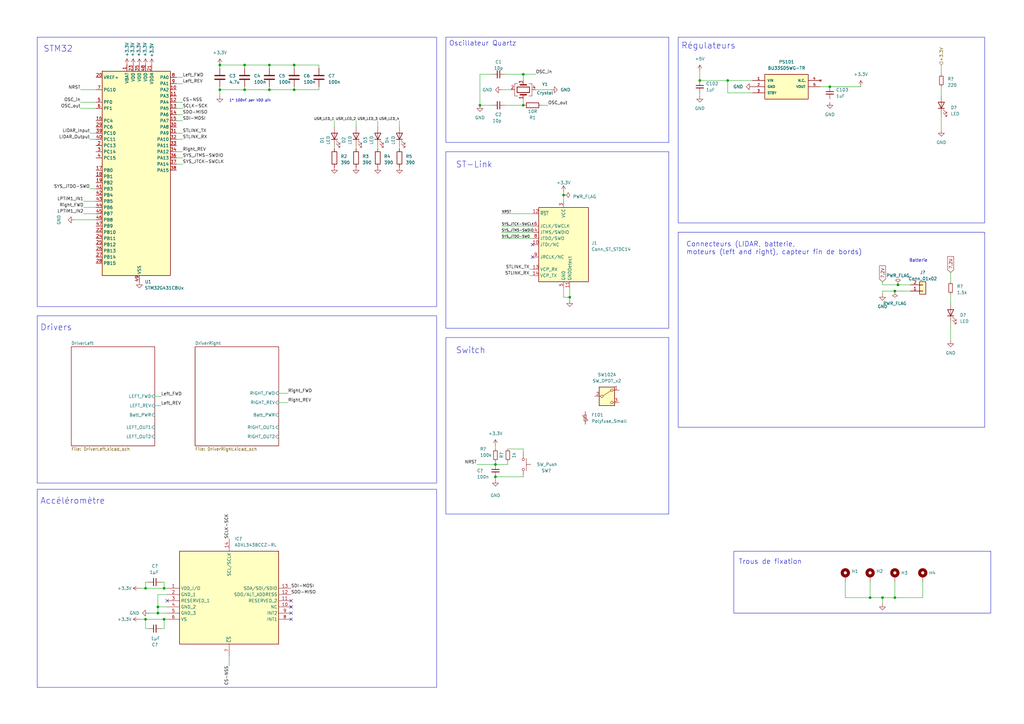
<source format=kicad_sch>
(kicad_sch (version 20231120) (generator "eeschema") (generator_version "8.0")
  (paper "A3")
  (lib_symbols
    (symbol "+3.3V_1" (power) (pin_numbers hide) (pin_names (offset 0) hide)
      (property "Value" "+3.3V" (at 0 3.556 0))
      (symbol "+3.3V_1_0_1"
        (polyline (pts (xy -0.762 1.27) (xy 0 2.54)))
        (polyline (pts (xy 0 0) (xy 0 2.54)))
        (polyline (pts (xy 0 2.54) (xy 0.762 1.27)))
      )
      (symbol "+3.3V_1_1_1"
        (pin power_in line (at 0 0 90) (length 0) (name "~") (number "1"))
      )
    )
    (symbol "+3.3V_2" (power) (pin_numbers hide) (pin_names (offset 0) hide)
      (property "Value" "+3.3V" (at 0 3.556 0))
      (symbol "+3.3V_2_0_1"
        (polyline (pts (xy -0.762 1.27) (xy 0 2.54)))
        (polyline (pts (xy 0 0) (xy 0 2.54)))
        (polyline (pts (xy 0 2.54) (xy 0.762 1.27)))
      )
      (symbol "+3.3V_2_1_1"
        (pin power_in line (at 0 0 90) (length 0) (name "~") (number "1"))
      )
    )
    (symbol "ADXL343BCCZ-RL:ADXL343BCCZ-RL"
      (property "Reference" "IC" (at 46.99 20.32 0))
      (property "Value" "ADXL343BCCZ-RL" (at 46.99 17.78 0))
      (symbol "ADXL343BCCZ-RL_1_1"
        (rectangle (start 5.08 15.24) (end 45.72 -22.86) (stroke (width 0.254)) (fill (type background)))
        (pin passive line (at 0 0 0) (length 5.08) (name "VDD_I/O") (number "1"))
        (pin no_connect line (at 50.8 -7.62 180) (length 5.08) (name "NC") (number "10"))
        (pin passive line (at 50.8 -5.08 180) (length 5.08) (name "RESERVED_2") (number "11"))
        (pin passive line (at 50.8 -2.54 180) (length 5.08) (name "SDO/ALT_ADDRESS") (number "12"))
        (pin passive line (at 50.8 0 180) (length 5.08) (name "SDA/SDI/SDIO") (number "13"))
        (pin passive line (at 25.4 20.32 270) (length 5.08) (name "SCL/SCLK") (number "14"))
        (pin passive line (at 0 -2.54 0) (length 5.08) (name "GND_1") (number "2"))
        (pin passive line (at 0 -5.08 0) (length 5.08) (name "RESERVED_1") (number "3"))
        (pin passive line (at 0 -7.62 0) (length 5.08) (name "GND_2") (number "4"))
        (pin passive line (at 0 -10.16 0) (length 5.08) (name "GND_3") (number "5"))
        (pin passive line (at 0 -12.7 0) (length 5.08) (name "VS") (number "6"))
        (pin passive line (at 25.4 -27.94 90) (length 5.08) (name "~{CS}") (number "7"))
        (pin passive line (at 50.8 -12.7 180) (length 5.08) (name "INT1") (number "8"))
        (pin passive line (at 50.8 -10.16 180) (length 5.08) (name "INT2") (number "9"))
      )
    )
    (symbol "BU33SD5WG-TR:BU33SD5WG-TR" (pin_names (offset 1.016))
      (property "Reference" "PS" (at 24.13 7.62 0))
      (property "Value" "BU33SD5WG-TR" (at 24.13 5.08 0))
      (symbol "BU33SD5WG-TR_0_0"
        (rectangle (start 5.08 -7.62) (end 22.86 2.54) (stroke (width 0.254)) (fill (type background)))
        (pin bidirectional line (at 0 0 0) (length 5.08) (name "VIN") (number "1"))
        (pin bidirectional line (at 0 -2.54 0) (length 5.08) (name "GND") (number "2"))
        (pin bidirectional line (at 0 -5.08 0) (length 5.08) (name "STBY") (number "3"))
        (pin no_connect line (at 27.94 0 180) (length 5.08) (name "N.C.") (number "4"))
        (pin bidirectional line (at 27.94 -2.54 180) (length 5.08) (name "VOUT") (number "5"))
      )
    )
    (symbol "Connector:Conn_ST_STDC14"
      (property "Reference" "J" (at -8.89 16.51 0))
      (property "Value" "Conn_ST_STDC14" (at 17.78 16.51 0))
      (symbol "Conn_ST_STDC14_0_1"
        (rectangle (start -10.16 15.24) (end 10.16 -15.24) (stroke (width 0.254)) (fill (type background)))
      )
      (symbol "Conn_ST_STDC14_1_1"
        (pin no_connect line (at -10.16 5.08 0) (length 2.54) hide (name "NC") (number "1"))
        (pin output line (at 12.7 0 180) (length 2.54) (name "JTDI/NC") (number "10"))
        (pin passive line (at -2.54 -17.78 90) (length 2.54) (name "GNDDetect") (number "11"))
        (pin open_collector line (at 12.7 12.7 180) (length 2.54) (name "~{RST}") (number "12"))
        (pin output line (at 12.7 -10.16 180) (length 2.54) (name "VCP_RX") (number "13"))
        (pin input line (at 12.7 -12.7 180) (length 2.54) (name "VCP_TX") (number "14"))
        (pin no_connect line (at -10.16 2.54 0) (length 2.54) hide (name "NC") (number "2"))
        (pin power_in line (at 0 17.78 270) (length 2.54) (name "VCC") (number "3"))
        (pin bidirectional line (at 12.7 5.08 180) (length 2.54) (name "JTMS/SWDIO") (number "4"))
        (pin power_in line (at 0 -17.78 90) (length 2.54) (name "GND") (number "5"))
        (pin output line (at 12.7 7.62 180) (length 2.54) (name "JCLK/SWCLK") (number "6"))
        (pin passive line (at 0 -17.78 90) (length 2.54) hide (name "GND") (number "7"))
        (pin input line (at 12.7 2.54 180) (length 2.54) (name "JTDO/SWO") (number "8"))
        (pin input line (at 12.7 -5.08 180) (length 2.54) (name "JRCLK/NC") (number "9"))
      )
    )
    (symbol "Connector_Generic:Conn_01x02" (pin_names (offset 1.016) hide)
      (property "Reference" "J" (at 0 2.54 0))
      (property "Value" "Conn_01x02" (at 0 -5.08 0))
      (symbol "Conn_01x02_1_1"
        (rectangle (start -1.27 -2.413) (end 0 -2.667) (stroke (width 0.1524)))
        (rectangle (start -1.27 0.127) (end 0 -0.127) (stroke (width 0.1524)))
        (rectangle (start -1.27 1.27) (end 1.27 -3.81) (stroke (width 0.254)) (fill (type background)))
        (pin passive line (at -5.08 0 0) (length 3.81) (name "Pin_1") (number "1"))
        (pin passive line (at -5.08 -2.54 0) (length 3.81) (name "Pin_2") (number "2"))
      )
    )
    (symbol "Device:C" (pin_numbers hide) (pin_names (offset 0.254))
      (property "Reference" "C" (at 0.635 2.54 0))
      (property "Value" "C" (at 0.635 -2.54 0))
      (symbol "C_0_1"
        (polyline (pts (xy -2.032 -0.762) (xy 2.032 -0.762)) (stroke (width 0.508)))
        (polyline (pts (xy -2.032 0.762) (xy 2.032 0.762)) (stroke (width 0.508)))
      )
      (symbol "C_1_1"
        (pin passive line (at 0 3.81 270) (length 2.794) (name "~") (number "1"))
        (pin passive line (at 0 -3.81 90) (length 2.794) (name "~") (number "2"))
      )
    )
    (symbol "Device:C_Small" (pin_numbers hide) (pin_names (offset 0.254) hide)
      (property "Reference" "C" (at 0.254 1.778 0))
      (property "Value" "C_Small" (at 0.254 -2.032 0))
      (symbol "C_Small_0_1"
        (polyline (pts (xy -1.524 -0.508) (xy 1.524 -0.508)) (stroke (width 0.3302)))
        (polyline (pts (xy -1.524 0.508) (xy 1.524 0.508)) (stroke (width 0.3048)))
      )
      (symbol "C_Small_1_1"
        (pin passive line (at 0 2.54 270) (length 2.032) (name "~") (number "1"))
        (pin passive line (at 0 -2.54 90) (length 2.032) (name "~") (number "2"))
      )
    )
    (symbol "Device:Crystal_GND24" (pin_names (offset 1.016) hide)
      (property "Reference" "Y" (at 3.175 5.08 0))
      (property "Value" "Crystal_GND24" (at 3.175 3.175 0))
      (symbol "Crystal_GND24_0_1"
        (rectangle (start -1.143 2.54) (end 1.143 -2.54) (stroke (width 0.3048)))
        (polyline (pts (xy -2.54 0) (xy -2.032 0)))
        (polyline (pts (xy -2.032 -1.27) (xy -2.032 1.27)) (stroke (width 0.508)))
        (polyline (pts (xy 0 -3.81) (xy 0 -3.556)))
        (polyline (pts (xy 0 3.556) (xy 0 3.81)))
        (polyline (pts (xy 2.032 -1.27) (xy 2.032 1.27)) (stroke (width 0.508)))
        (polyline (pts (xy 2.032 0) (xy 2.54 0)))
        (polyline (pts (xy -2.54 -2.286) (xy -2.54 -3.556) (xy 2.54 -3.556) (xy 2.54 -2.286)))
        (polyline (pts (xy -2.54 2.286) (xy -2.54 3.556) (xy 2.54 3.556) (xy 2.54 2.286)))
      )
      (symbol "Crystal_GND24_1_1"
        (pin passive line (at -3.81 0 0) (length 1.27) (name "1") (number "1"))
        (pin passive line (at 0 5.08 270) (length 1.27) (name "2") (number "2"))
        (pin passive line (at 3.81 0 180) (length 1.27) (name "3") (number "3"))
        (pin passive line (at 0 -5.08 90) (length 1.27) (name "4") (number "4"))
      )
    )
    (symbol "Device:LED" (pin_numbers hide) (pin_names (offset 1.016) hide)
      (property "Reference" "D" (at 0 2.54 0))
      (property "Value" "LED" (at 0 -2.54 0))
      (symbol "LED_0_1"
        (polyline (pts (xy -1.27 -1.27) (xy -1.27 1.27)) (stroke (width 0.254)))
        (polyline (pts (xy -1.27 0) (xy 1.27 0)))
        (polyline (pts (xy 1.27 -1.27) (xy 1.27 1.27) (xy -1.27 0) (xy 1.27 -1.27)) (stroke (width 0.254)))
        (polyline (pts (xy -3.048 -0.762) (xy -4.572 -2.286) (xy -3.81 -2.286) (xy -4.572 -2.286) (xy -4.572 -1.524)))
        (polyline (pts (xy -1.778 -0.762) (xy -3.302 -2.286) (xy -2.54 -2.286) (xy -3.302 -2.286) (xy -3.302 -1.524)))
      )
      (symbol "LED_1_1"
        (pin passive line (at -3.81 0 0) (length 2.54) (name "K") (number "1"))
        (pin passive line (at 3.81 0 180) (length 2.54) (name "A") (number "2"))
      )
    )
    (symbol "Device:Polyfuse_Small" (pin_numbers hide) (pin_names (offset 0))
      (property "Reference" "F" (at -1.905 0 90))
      (property "Value" "Polyfuse_Small" (at 1.905 0 90))
      (symbol "Polyfuse_Small_0_1"
        (rectangle (start -0.508 1.27) (end 0.508 -1.27))
        (polyline (pts (xy 0 2.54) (xy 0 -2.54)))
        (polyline (pts (xy -1.016 1.27) (xy -1.016 0.762) (xy 1.016 -0.762) (xy 1.016 -1.27)))
      )
      (symbol "Polyfuse_Small_1_1"
        (pin passive line (at 0 2.54 270) (length 0.635) (name "~") (number "1"))
        (pin passive line (at 0 -2.54 90) (length 0.635) (name "~") (number "2"))
      )
    )
    (symbol "Device:R" (pin_numbers hide) (pin_names (offset 0))
      (property "Reference" "R" (at 2.032 0 90))
      (property "Value" "R" (at 0 0 90))
      (symbol "R_0_1"
        (rectangle (start -1.016 -2.54) (end 1.016 2.54) (stroke (width 0.254)))
      )
      (symbol "R_1_1"
        (pin passive line (at 0 3.81 270) (length 1.27) (name "~") (number "1"))
        (pin passive line (at 0 -3.81 90) (length 1.27) (name "~") (number "2"))
      )
    )
    (symbol "Device:R_Small" (pin_numbers hide) (pin_names (offset 0.254) hide)
      (property "Reference" "R" (at 0.762 0.508 0))
      (property "Value" "R_Small" (at 0.762 -1.016 0))
      (symbol "R_Small_0_1"
        (rectangle (start -0.762 1.778) (end 0.762 -1.778) (stroke (width 0.2032)))
      )
      (symbol "R_Small_1_1"
        (pin passive line (at 0 2.54 270) (length 0.762) (name "~") (number "1"))
        (pin passive line (at 0 -2.54 90) (length 0.762) (name "~") (number "2"))
      )
    )
    (symbol "GND_1" (power) (pin_numbers hide) (pin_names (offset 0) hide)
      (property "Value" "GND" (at 0 -3.81 0))
      (symbol "GND_1_0_1"
        (polyline (pts (xy 0 0) (xy 0 -1.27) (xy 1.27 -1.27) (xy 0 -2.54) (xy -1.27 -1.27) (xy 0 -1.27)))
      )
      (symbol "GND_1_1_1"
        (pin power_in line (at 0 0 270) (length 0) (name "~") (number "1"))
      )
    )
    (symbol "GND_2" (power) (pin_numbers hide) (pin_names (offset 0) hide)
      (property "Value" "GND" (at 0 -3.81 0))
      (symbol "GND_2_0_1"
        (polyline (pts (xy 0 0) (xy 0 -1.27) (xy 1.27 -1.27) (xy 0 -2.54) (xy -1.27 -1.27) (xy 0 -1.27)))
      )
      (symbol "GND_2_1_1"
        (pin power_in line (at 0 0 270) (length 0) (name "~") (number "1"))
      )
    )
    (symbol "MCU_ST_STM32G4:STM32G431CBUx"
      (property "Reference" "U" (at -12.7 44.45 0))
      (property "Value" "STM32G431CBUx" (at 10.16 44.45 0))
      (symbol "STM32G431CBUx_0_1"
        (rectangle (start -12.7 -40.64) (end 15.24 43.18) (stroke (width 0.254)) (fill (type background)))
      )
      (symbol "STM32G431CBUx_1_1"
        (pin power_in line (at -2.54 45.72 270) (length 2.54) (name "VBAT") (number "1"))
        (pin bidirectional line (at 17.78 35.56 180) (length 2.54) (name "PA2") (number "10"))
        (pin bidirectional line (at 17.78 33.02 180) (length 2.54) (name "PA3") (number "11"))
        (pin bidirectional line (at 17.78 30.48 180) (length 2.54) (name "PA4") (number "12"))
        (pin bidirectional line (at 17.78 27.94 180) (length 2.54) (name "PA5") (number "13"))
        (pin bidirectional line (at 17.78 25.4 180) (length 2.54) (name "PA6") (number "14"))
        (pin bidirectional line (at 17.78 22.86 180) (length 2.54) (name "PA7") (number "15"))
        (pin bidirectional line (at -15.24 22.86 0) (length 2.54) (name "PC4") (number "16"))
        (pin bidirectional line (at -15.24 2.54 0) (length 2.54) (name "PB0") (number "17"))
        (pin bidirectional line (at -15.24 0 0) (length 2.54) (name "PB1") (number "18"))
        (pin bidirectional line (at -15.24 -2.54 0) (length 2.54) (name "PB2") (number "19"))
        (pin bidirectional line (at -15.24 12.7 0) (length 2.54) (name "PC13") (number "2"))
        (pin input line (at -15.24 40.64 0) (length 2.54) (name "VREF+") (number "20"))
        (pin power_in line (at 7.62 45.72 270) (length 2.54) (name "VDDA") (number "21"))
        (pin bidirectional line (at -15.24 -22.86 0) (length 2.54) (name "PB10") (number "22"))
        (pin power_in line (at 0 45.72 270) (length 2.54) (name "VDD") (number "23"))
        (pin bidirectional line (at -15.24 -25.4 0) (length 2.54) (name "PB11") (number "24"))
        (pin bidirectional line (at -15.24 -27.94 0) (length 2.54) (name "PB12") (number "25"))
        (pin bidirectional line (at -15.24 -30.48 0) (length 2.54) (name "PB13") (number "26"))
        (pin bidirectional line (at -15.24 -33.02 0) (length 2.54) (name "PB14") (number "27"))
        (pin bidirectional line (at -15.24 -35.56 0) (length 2.54) (name "PB15") (number "28"))
        (pin bidirectional line (at -15.24 20.32 0) (length 2.54) (name "PC6") (number "29"))
        (pin bidirectional line (at -15.24 10.16 0) (length 2.54) (name "PC14") (number "3"))
        (pin bidirectional line (at 17.78 20.32 180) (length 2.54) (name "PA8") (number "30"))
        (pin bidirectional line (at 17.78 17.78 180) (length 2.54) (name "PA9") (number "31"))
        (pin bidirectional line (at 17.78 15.24 180) (length 2.54) (name "PA10") (number "32"))
        (pin bidirectional line (at 17.78 12.7 180) (length 2.54) (name "PA11") (number "33"))
        (pin bidirectional line (at 17.78 10.16 180) (length 2.54) (name "PA12") (number "34"))
        (pin power_in line (at 2.54 45.72 270) (length 2.54) (name "VDD") (number "35"))
        (pin bidirectional line (at 17.78 7.62 180) (length 2.54) (name "PA13") (number "36"))
        (pin bidirectional line (at 17.78 5.08 180) (length 2.54) (name "PA14") (number "37"))
        (pin bidirectional line (at 17.78 2.54 180) (length 2.54) (name "PA15") (number "38"))
        (pin bidirectional line (at -15.24 17.78 0) (length 2.54) (name "PC10") (number "39"))
        (pin bidirectional line (at -15.24 7.62 0) (length 2.54) (name "PC15") (number "4"))
        (pin bidirectional line (at -15.24 15.24 0) (length 2.54) (name "PC11") (number "40"))
        (pin bidirectional line (at -15.24 -5.08 0) (length 2.54) (name "PB3") (number "41"))
        (pin bidirectional line (at -15.24 -7.62 0) (length 2.54) (name "PB4") (number "42"))
        (pin bidirectional line (at -15.24 -10.16 0) (length 2.54) (name "PB5") (number "43"))
        (pin bidirectional line (at -15.24 -12.7 0) (length 2.54) (name "PB6") (number "44"))
        (pin bidirectional line (at -15.24 -15.24 0) (length 2.54) (name "PB7") (number "45"))
        (pin bidirectional line (at -15.24 -17.78 0) (length 2.54) (name "PB8") (number "46"))
        (pin bidirectional line (at -15.24 -20.32 0) (length 2.54) (name "PB9") (number "47"))
        (pin power_in line (at 5.08 45.72 270) (length 2.54) (name "VDD") (number "48"))
        (pin power_in line (at 2.54 -43.18 90) (length 2.54) (name "VSS") (number "49"))
        (pin bidirectional line (at -15.24 30.48 0) (length 2.54) (name "PF0") (number "5"))
        (pin bidirectional line (at -15.24 27.94 0) (length 2.54) (name "PF1") (number "6"))
        (pin bidirectional line (at -15.24 35.56 0) (length 2.54) (name "PG10") (number "7"))
        (pin bidirectional line (at 17.78 40.64 180) (length 2.54) (name "PA0") (number "8"))
        (pin bidirectional line (at 17.78 38.1 180) (length 2.54) (name "PA1") (number "9"))
      )
    )
    (symbol "Mechanical:MountingHole_Pad" (pin_numbers hide) (pin_names (offset 1.016) hide)
      (property "Reference" "H" (at 0 6.35 0))
      (property "Value" "MountingHole_Pad" (at 0 4.445 0))
      (symbol "MountingHole_Pad_0_1"
        (circle (center 0 1.27) (radius 1.27) (stroke (width 1.27)))
      )
      (symbol "MountingHole_Pad_1_1"
        (pin input line (at 0 -2.54 90) (length 2.54) (name "1") (number "1"))
      )
    )
    (symbol "Switch:SW_DPDT_x2" (pin_names (offset 0) hide)
      (property "Reference" "SW" (at 0 5.08 0))
      (property "Value" "SW_DPDT_x2" (at 0 -5.08 0))
      (symbol "SW_DPDT_x2_0_0"
        (circle (center -2.032 0) (radius 0.508))
        (circle (center 2.032 -2.54) (radius 0.508))
      )
      (symbol "SW_DPDT_x2_0_1"
        (rectangle (start -3.175 3.81) (end 3.175 -3.81) (stroke (width 0.254)) (fill (type background)))
        (polyline (pts (xy -1.524 0.254) (xy 1.5748 2.286)))
        (circle (center 2.032 2.54) (radius 0.508))
      )
      (symbol "SW_DPDT_x2_1_1"
        (pin passive line (at 5.08 2.54 180) (length 2.54) (name "A") (number "1"))
        (pin passive line (at -5.08 0 0) (length 2.54) (name "B") (number "2"))
        (pin passive line (at 5.08 -2.54 180) (length 2.54) (name "C") (number "3"))
      )
      (symbol "SW_DPDT_x2_2_1"
        (pin passive line (at 5.08 2.54 180) (length 2.54) (name "A") (number "4"))
        (pin passive line (at -5.08 0 0) (length 2.54) (name "B") (number "5"))
        (pin passive line (at 5.08 -2.54 180) (length 2.54) (name "C") (number "6"))
      )
    )
    (symbol "Switch:SW_Push" (pin_numbers hide) (pin_names (offset 1.016) hide)
      (property "Reference" "SW" (at 1.27 2.54 0))
      (property "Value" "SW_Push" (at 0 -1.524 0))
      (symbol "SW_Push_0_1"
        (circle (center -2.032 0) (radius 0.508))
        (polyline (pts (xy 0 1.27) (xy 0 3.048)))
        (polyline (pts (xy 2.54 1.27) (xy -2.54 1.27)))
        (circle (center 2.032 0) (radius 0.508))
        (pin passive line (at -5.08 0 0) (length 2.54) (name "1") (number "1"))
        (pin passive line (at 5.08 0 180) (length 2.54) (name "2") (number "2"))
      )
    )
    (symbol "power:+3.3V" (power) (pin_names (offset 0))
      (property "Value" "+3.3V" (at 0 3.556 0))
      (symbol "+3.3V_0_1"
        (polyline (pts (xy -0.762 1.27) (xy 0 2.54)))
        (polyline (pts (xy 0 0) (xy 0 2.54)))
        (polyline (pts (xy 0 2.54) (xy 0.762 1.27)))
      )
      (symbol "+3.3V_1_1"
        (pin power_in line (at 0 0 90) (length 0) hide (name "+3.3V") (number "1"))
      )
    )
    (symbol "power:+5V" (power) (pin_numbers hide) (pin_names (offset 0) hide)
      (property "Value" "+5V" (at 0 3.556 0))
      (symbol "+5V_0_1"
        (polyline (pts (xy -0.762 1.27) (xy 0 2.54)))
        (polyline (pts (xy 0 0) (xy 0 2.54)))
        (polyline (pts (xy 0 2.54) (xy 0.762 1.27)))
      )
      (symbol "+5V_1_1"
        (pin power_in line (at 0 0 90) (length 0) (name "~") (number "1"))
      )
    )
    (symbol "power:GND" (power) (pin_names (offset 0))
      (property "Value" "GND" (at 0 -3.81 0))
      (symbol "GND_0_1"
        (polyline (pts (xy 0 0) (xy 0 -1.27) (xy 1.27 -1.27) (xy 0 -2.54) (xy -1.27 -1.27) (xy 0 -1.27)))
      )
      (symbol "GND_1_1"
        (pin power_in line (at 0 0 270) (length 0) hide (name "GND") (number "1"))
      )
    )
    (symbol "power:PWR_FLAG" (power) (pin_numbers hide) (pin_names (offset 0) hide)
      (property "Value" "PWR_FLAG" (at 0 3.81 0))
      (symbol "PWR_FLAG_0_0"
        (pin power_out line (at 0 0 90) (length 0) (name "pwr") (number "1"))
      )
      (symbol "PWR_FLAG_0_1"
        (polyline (pts (xy 0 0) (xy 0 1.27) (xy -1.016 1.905) (xy 0 2.54) (xy 1.016 1.905) (xy 0 1.27)))
      )
    )
  )
  (junction (at 368.3 116.84))
  (junction (at 59.69 241.3))
  (junction (at 110.49 26.67))
  (junction (at 361.95 245.11))
  (junction (at 214.63 30.48))
  (junction (at 67.31 241.3))
  (junction (at 287.02 33.02))
  (junction (at 298.45 33.02))
  (junction (at 340.36 35.56))
  (junction (at 196.85 43.18))
  (junction (at 214.63 43.18))
  (junction (at 203.2 190.5))
  (junction (at 64.77 251.46))
  (junction (at 67.31 254))
  (junction (at 90.17 36.83))
  (junction (at 203.2 195.58))
  (junction (at 64.77 248.92))
  (junction (at 233.68 121.92))
  (junction (at 231.14 80.01))
  (junction (at 110.49 36.83))
  (junction (at 100.33 36.83))
  (junction (at 367.03 245.11))
  (junction (at 120.65 36.83))
  (junction (at 100.33 26.67))
  (junction (at 90.17 26.67))
  (junction (at 59.69 254))
  (junction (at 120.65 26.67))
  (junction (at 367.03 119.38))
  (junction (at 356.87 245.11))
  (no_connect (at 218.44 105.41))
  (no_connect (at 68.58 246.38))
  (no_connect (at 119.38 251.46))
  (no_connect (at 119.38 246.38))
  (no_connect (at 119.38 254))
  (no_connect (at 119.38 248.92))
  (no_connect (at 218.44 100.33))
  (wire (pts (xy 146.05 52.07) (xy 146.05 49.53)))
  (wire (pts (xy 203.2 182.88) (xy 203.2 184.15)))
  (wire (pts (xy 74.93 54.61) (xy 72.39 54.61)))
  (wire (pts (xy 298.45 38.1) (xy 298.45 33.02)))
  (wire (pts (xy 130.81 27.94) (xy 130.81 26.67)))
  (wire (pts (xy 196.85 30.48) (xy 196.85 43.18)))
  (wire (pts (xy 154.94 52.07) (xy 154.94 49.53)))
  (wire (pts (xy 214.63 184.15) (xy 208.28 184.15)))
  (wire (pts (xy 130.81 35.56) (xy 130.81 36.83)))
  (wire (pts (xy 219.71 36.83) (xy 226.06 36.83)))
  (wire (pts (xy 57.15 241.3) (xy 59.69 241.3)))
  (wire (pts (xy 386.08 26.67) (xy 386.08 30.48)))
  (wire (pts (xy 231.14 121.92) (xy 233.68 121.92)))
  (wire (pts (xy 74.93 49.53) (xy 72.39 49.53)))
  (wire (pts (xy 233.68 123.19) (xy 233.68 121.92)))
  (wire (pts (xy 60.96 251.46) (xy 64.77 251.46)))
  (wire (pts (xy 361.95 116.84) (xy 361.95 115.57)))
  (wire (pts (xy 201.93 30.48) (xy 196.85 30.48)))
  (wire (pts (xy 208.28 190.5) (xy 208.28 189.23)))
  (wire (pts (xy 137.16 59.69) (xy 137.16 60.96)))
  (wire (pts (xy 207.01 30.48) (xy 214.63 30.48)))
  (wire (pts (xy 287.02 39.37) (xy 287.02 38.1)))
  (wire (pts (xy 356.87 245.11) (xy 361.95 245.11)))
  (wire (pts (xy 214.63 185.42) (xy 214.63 184.15)))
  (wire (pts (xy 67.31 238.76) (xy 67.31 241.3)))
  (wire (pts (xy 287.02 33.02) (xy 287.02 29.21)))
  (wire (pts (xy 346.71 245.11) (xy 356.87 245.11)))
  (wire (pts (xy 66.04 162.56) (xy 63.5 162.56)))
  (wire (pts (xy 120.65 35.56) (xy 120.65 36.83)))
  (wire (pts (xy 110.49 36.83) (xy 110.49 35.56)))
  (wire (pts (xy 34.29 82.55) (xy 39.37 82.55)))
  (wire (pts (xy 356.87 238.76) (xy 356.87 245.11)))
  (wire (pts (xy 224.79 43.18) (xy 222.25 43.18)))
  (wire (pts (xy 205.74 87.63) (xy 218.44 87.63)))
  (wire (pts (xy 214.63 30.48) (xy 219.71 30.48)))
  (wire (pts (xy 120.65 36.83) (xy 130.81 36.83)))
  (wire (pts (xy 60.96 238.76) (xy 59.69 238.76)))
  (wire (pts (xy 100.33 26.67) (xy 100.33 27.94)))
  (wire (pts (xy 100.33 36.83) (xy 110.49 36.83)))
  (wire (pts (xy 74.93 67.31) (xy 72.39 67.31)))
  (wire (pts (xy 74.93 34.29) (xy 72.39 34.29)))
  (wire (pts (xy 118.11 161.29) (xy 114.3 161.29)))
  (wire (pts (xy 90.17 26.67) (xy 90.17 27.94)))
  (wire (pts (xy 308.61 38.1) (xy 298.45 38.1)))
  (wire (pts (xy 34.29 85.09) (xy 39.37 85.09)))
  (wire (pts (xy 196.85 43.18) (xy 201.93 43.18)))
  (wire (pts (xy 336.55 35.56) (xy 340.36 35.56)))
  (wire (pts (xy 57.15 254) (xy 59.69 254)))
  (wire (pts (xy 74.93 64.77) (xy 72.39 64.77)))
  (wire (pts (xy 90.17 36.83) (xy 100.33 36.83)))
  (wire (pts (xy 59.69 238.76) (xy 59.69 241.3)))
  (wire (pts (xy 203.2 190.5) (xy 195.58 190.5)))
  (wire (pts (xy 100.33 26.67) (xy 110.49 26.67)))
  (wire (pts (xy 67.31 257.81) (xy 67.31 254)))
  (wire (pts (xy 60.96 257.81) (xy 59.69 257.81)))
  (wire (pts (xy 110.49 26.67) (xy 110.49 27.94)))
  (wire (pts (xy 64.77 248.92) (xy 68.58 248.92)))
  (wire (pts (xy 100.33 36.83) (xy 100.33 35.56)))
  (wire (pts (xy 214.63 40.64) (xy 214.63 43.18)))
  (wire (pts (xy 90.17 26.67) (xy 100.33 26.67)))
  (wire (pts (xy 118.11 165.1) (xy 114.3 165.1)))
  (wire (pts (xy 389.89 139.7) (xy 389.89 132.08)))
  (wire (pts (xy 389.89 120.65) (xy 389.89 124.46)))
  (wire (pts (xy 378.46 238.76) (xy 378.46 245.11)))
  (wire (pts (xy 36.83 77.47) (xy 39.37 77.47)))
  (wire (pts (xy 231.14 78.74) (xy 231.14 80.01)))
  (wire (pts (xy 214.63 43.18) (xy 207.01 43.18)))
  (wire (pts (xy 205.74 36.83) (xy 209.55 36.83)))
  (wire (pts (xy 214.63 30.48) (xy 214.63 33.02)))
  (wire (pts (xy 68.58 243.84) (xy 64.77 243.84)))
  (wire (pts (xy 361.95 119.38) (xy 361.95 120.65)))
  (wire (pts (xy 203.2 190.5) (xy 208.28 190.5)))
  (wire (pts (xy 233.68 118.11) (xy 233.68 121.92)))
  (wire (pts (xy 59.69 254) (xy 67.31 254)))
  (wire (pts (xy 203.2 195.58) (xy 214.63 195.58)))
  (wire (pts (xy 74.93 44.45) (xy 72.39 44.45)))
  (wire (pts (xy 36.83 54.61) (xy 39.37 54.61)))
  (wire (pts (xy 367.03 245.11) (xy 361.95 245.11)))
  (wire (pts (xy 163.83 52.07) (xy 163.83 49.53)))
  (wire (pts (xy 203.2 196.85) (xy 203.2 195.58)))
  (wire (pts (xy 217.17 110.49) (xy 218.44 110.49)))
  (wire (pts (xy 74.93 31.75) (xy 72.39 31.75)))
  (wire (pts (xy 33.02 36.83) (xy 39.37 36.83)))
  (wire (pts (xy 72.39 62.23) (xy 74.93 62.23)))
  (wire (pts (xy 163.83 59.69) (xy 163.83 60.96)))
  (wire (pts (xy 93.98 273.05) (xy 93.98 269.24)))
  (wire (pts (xy 361.95 247.65) (xy 361.95 245.11)))
  (wire (pts (xy 30.48 90.17) (xy 39.37 90.17)))
  (wire (pts (xy 120.65 27.94) (xy 120.65 26.67)))
  (wire (pts (xy 120.65 26.67) (xy 130.81 26.67)))
  (wire (pts (xy 120.65 26.67) (xy 110.49 26.67)))
  (wire (pts (xy 64.77 248.92) (xy 64.77 251.46)))
  (wire (pts (xy 59.69 241.3) (xy 67.31 241.3)))
  (wire (pts (xy 287.02 33.02) (xy 298.45 33.02)))
  (wire (pts (xy 203.2 189.23) (xy 203.2 190.5)))
  (wire (pts (xy 64.77 243.84) (xy 64.77 248.92)))
  (wire (pts (xy 205.74 97.79) (xy 218.44 97.79)))
  (wire (pts (xy 67.31 254) (xy 68.58 254)))
  (wire (pts (xy 217.17 113.03) (xy 218.44 113.03)))
  (wire (pts (xy 59.69 257.81) (xy 59.69 254)))
  (wire (pts (xy 367.03 238.76) (xy 367.03 245.11)))
  (wire (pts (xy 231.14 118.11) (xy 231.14 121.92)))
  (wire (pts (xy 110.49 36.83) (xy 120.65 36.83)))
  (wire (pts (xy 90.17 36.83) (xy 90.17 39.37)))
  (wire (pts (xy 137.16 52.07) (xy 137.16 49.53)))
  (wire (pts (xy 389.89 111.76) (xy 389.89 115.57)))
  (wire (pts (xy 298.45 33.02) (xy 308.61 33.02)))
  (wire (pts (xy 146.05 59.69) (xy 146.05 60.96)))
  (wire (pts (xy 66.04 238.76) (xy 67.31 238.76)))
  (wire (pts (xy 361.95 119.38) (xy 367.03 119.38)))
  (wire (pts (xy 74.93 46.99) (xy 72.39 46.99)))
  (wire (pts (xy 205.74 95.25) (xy 218.44 95.25)))
  (wire (pts (xy 33.02 44.45) (xy 39.37 44.45)))
  (wire (pts (xy 67.31 241.3) (xy 68.58 241.3)))
  (wire (pts (xy 64.77 251.46) (xy 68.58 251.46)))
  (wire (pts (xy 386.08 35.56) (xy 386.08 39.37)))
  (wire (pts (xy 74.93 57.15) (xy 72.39 57.15)))
  (wire (pts (xy 205.74 92.71) (xy 218.44 92.71)))
  (wire (pts (xy 373.38 116.84) (xy 368.3 116.84)))
  (wire (pts (xy 34.29 87.63) (xy 39.37 87.63)))
  (wire (pts (xy 74.93 41.91) (xy 72.39 41.91)))
  (wire (pts (xy 368.3 116.84) (xy 361.95 116.84)))
  (wire (pts (xy 66.04 257.81) (xy 67.31 257.81)))
  (wire (pts (xy 346.71 238.76) (xy 346.71 245.11)))
  (wire (pts (xy 33.02 41.91) (xy 39.37 41.91)))
  (wire (pts (xy 378.46 245.11) (xy 367.03 245.11)))
  (wire (pts (xy 36.83 57.15) (xy 39.37 57.15)))
  (wire (pts (xy 90.17 36.83) (xy 90.17 35.56)))
  (wire (pts (xy 66.04 166.37) (xy 63.5 166.37)))
  (wire (pts (xy 231.14 80.01) (xy 231.14 82.55)))
  (wire (pts (xy 154.94 59.69) (xy 154.94 60.96)))
  (wire (pts (xy 367.03 119.38) (xy 373.38 119.38)))
  (wire (pts (xy 386.08 53.34) (xy 386.08 46.99)))
  (wire (pts (xy 340.36 35.56) (xy 353.06 35.56)))
  (rectangle (start 15.24 200.66) (end 179.07 281.94))
  (rectangle (start 182.88 15.24) (end 274.32 58.42))
  (rectangle (start 182.88 138.43) (end 274.32 210.82))
  (rectangle (start 15.24 129.54) (end 179.07 198.12))
  (rectangle (start 278.13 15.24) (end 403.86 91.44))
  (rectangle (start 278.13 95.25) (end 403.86 175.26))
  (rectangle (start 15.24 15.24) (end 179.07 125.73))
  (rectangle (start 300.99 226.06) (end 406.4 251.46))
  (rectangle (start 182.88 62.23) (end 274.32 134.62))
  (text "1* 100nF per VDD pin" (at 93.98 41.91 0) (effects (font (size 1 1) (italic yes)) (justify left bottom)))
  (text "STM32" (at 17.78 21.59 0) (effects (font (size 2.5 2.5)) (justify left bottom)))
  (text "Connecteurs (LIDAR, batterie, \nmoteurs (left and right), capteur fin de bords)" (at 281.432 104.648 0) (effects (font (size 2 2)) (justify left bottom)))
  (text "Trous de fixation" (at 328.93 231.648 0) (effects (font (size 2 2)) (justify right bottom)))
  (text "Drivers" (at 16.51 135.89 0) (effects (font (size 2.5 2.5)) (justify left bottom)))
  (text "Switch\n" (at 186.944 145.288 0) (effects (font (size 2.5 2.5)) (justify left bottom)))
  (text "ST-Link\n" (at 186.944 69.088 0) (effects (font (size 2.5 2.5)) (justify left bottom)))
  (text "Batterie\n" (at 376.682 106.934 0) (effects (font (size 1.27 1.27))))
  (text "Oscillateur Quartz" (at 184.15 19.05 0) (effects (font (size 2 2)) (justify left bottom)))
  (text "Accéléromètre" (at 16.51 207.01 0) (effects (font (size 2.5 2.5)) (justify left bottom)))
  (text "Régulateurs" (at 279.4 20.32 0) (effects (font (size 2.5 2.5)) (justify left bottom)))
  (label "SYS_JTMS-SWDIO" (at 205.74 95.25 0) (effects (font (size 1 1))))
  (label "Left_REV" (at 74.93 34.29 0))
  (label "SYS_JTDO-SWO" (at 205.74 97.79 0) (effects (font (size 1 1))))
  (label "OSC_in" (at 33.02 41.91 180))
  (label "SDI-MOSI" (at 74.93 49.53 0))
  (label "OSC_out" (at 224.79 43.18 0))
  (label "SYS_JTCK-SWCLK" (at 205.74 92.71 0) (effects (font (size 1 1))))
  (label "STLINK_RX" (at 217.17 113.03 180))
  (label "Left_FWD" (at 66.04 162.56 0))
  (label "Left_FWD" (at 74.93 31.75 0))
  (label "SYS_JTDO-SWO" (at 36.83 77.47 180))
  (label "USR_LED_2" (at 146.05 49.53 180) (effects (font (size 1 1))))
  (label "STLINK_TX" (at 217.17 110.49 180))
  (label "NRST" (at 205.74 87.63 0) (effects (font (size 1 1))))
  (label "USR_LED_1" (at 137.16 49.53 180) (effects (font (size 1 1))))
  (label "SYS_JTCK-SWCLK" (at 74.93 67.31 0))
  (label "LIDAR_Input" (at 36.83 54.61 180))
  (label "STLINK_TX" (at 74.93 54.61 0))
  (label "LPTIM1_IN1" (at 34.29 82.55 180))
  (label "LPTIM1_IN2" (at 34.29 87.63 180))
  (label "OSC_in" (at 219.71 30.48 0))
  (label "Left_REV" (at 66.04 166.37 0))
  (label "SDI-MOSI" (at 119.38 241.3 0))
  (label "STLINK_RX" (at 74.93 57.15 0))
  (label "Right_FWD" (at 34.29 85.09 180))
  (label "USR_LED_4" (at 163.83 49.53 180) (effects (font (size 1 1))))
  (label "SCLK-SCK" (at 74.93 44.45 0))
  (label "SDO-MISO" (at 74.93 46.99 0))
  (label "Right_REV" (at 74.93 62.23 0))
  (label "CS-NSS" (at 74.93 41.91 0))
  (label "SDO-MISO" (at 119.38 243.84 0))
  (label "SYS_JTMS-SWDIO" (at 74.93 64.77 0))
  (label "LIDAR_Output" (at 36.83 57.15 180))
  (label "SCLK-SCK" (at 93.98 220.98 90))
  (label "Right_FWD" (at 118.11 161.29 0))
  (label "NRST" (at 33.02 36.83 180))
  (label "Right_REV" (at 118.11 165.1 0))
  (label "NRST" (at 195.58 190.5 180))
  (label "OSC_out" (at 33.02 44.45 180))
  (label "USR_LED_3" (at 154.94 49.53 180) (effects (font (size 1 1))))
  (label "CS-NSS" (at 93.98 273.05 270))
  (global_label "7.2V" (shape input) (at 361.95 115.57 90) (property "Intersheetrefs" "${INTERSHEET_REFS}" (effects (hide yes))))
  (global_label "7.2V" (shape input) (at 389.89 111.76 90) (property "Intersheetrefs" "${INTERSHEET_REFS}" (effects (hide yes))))
  (hierarchical_label "+3.3V" (shape input) (at 386.08 26.67 90))
  (symbol (lib_id "Device:LED") (at 386.08 43.18 90) (unit 1)
    (property "Reference" "D?" (at 389.89 44.1325 90) (effects (justify right)))
    (property "Value" "LED" (at 389.89 46.6725 90) (effects (justify right)))
    (property "Footprint" "LED_SMD:LED_0603_1608Metric" (effects (hide yes)))
  )
  (symbol (lib_id "Device:C") (at 110.49 31.75 0) (unit 1)
    (property "Reference" "C5" (at 114.3 31.115 0) (effects (justify left)))
    (property "Value" "100n" (at 114.3 33.655 0) (effects (justify left)))
    (property "Footprint" "Capacitor_SMD:C_0402_1005Metric" (effects (hide yes)))
  )
  (symbol (lib_id "Device:R_Small") (at 389.89 118.11 0) (unit 1)
    (property "Reference" "R?" (at 392.43 117.475 0) (effects (justify left)))
    (property "Value" "1.5k" (at 392.43 120.015 0) (effects (justify left)))
    (property "Footprint" "Resistor_SMD:R_0402_1005Metric" (effects (hide yes)))
  )
  (symbol (lib_id "BU33SD5WG-TR:BU33SD5WG-TR") (at 308.61 33.02 0) (unit 1)
    (property "Reference" "PS101" (at 322.58 25.4 0))
    (property "Value" "BU33SD5WG-TR" (at 322.58 27.94 0))
    (property "Footprint" "BU33SD5WG-TR:SOT95P280X125-5N" (effects (hide yes)))
    (property "Manufacturer_Name" "ROHM Semiconductor" (effects (hide yes)))
    (property "MF" "Rohm" (effects (hide yes)))
    (property "Mouser_Price-Stock" "https://www.mouser.co.uk/ProductDetail/ROHM-Semiconductor/BU33SD5WG-TR?qs=%2FKR40Cd6GUrQDzRkUEt69Q%3D%3D" (effects (hide yes)))
    (property "Description_1" "\nLinear Voltage Regulator IC Positive Fixed 1 Output 500mA 5-SSOP\n" (effects (hide yes)))
    (property "Mouser_Part_Number" "755-BU33SD5WG-TR" (effects (hide yes)))
    (property "Price" "None" (effects (hide yes)))
    (property "Package" "SSOP-5 Rohm" (effects (hide yes)))
    (property "Check_prices" "https://www.snapeda.com/parts/BU33SD5WG-TR/Rohm/view-part/?ref=eda" (effects (hide yes)))
    (property "Height" "1.25mm" (effects (hide yes)))
    (property "MP" "BU33SD5WG-TR" (effects (hide yes)))
    (property "SnapEDA_Link" "https://www.snapeda.com/parts/BU33SD5WG-TR/Rohm/view-part/?ref=snap" (effects (hide yes)))
    (property "Purchase-URL" "https://www.snapeda.com/api/url_track_click_mouser/?unipart_id=543860&manufacturer=Rohm&part_name=BU33SD5WG-TR&search_term=bu33sd5wg-tr" (effects (hide yes)))
    (property "Availability" "In Stock" (effects (hide yes)))
    (property "Manufacturer_Part_Number" "BU33SD5WG-TR" (effects (hide yes)))
  )
  (symbol (lib_id "power:GND") (at 163.83 68.58 0) (unit 1)
    (property "Reference" "#PWR018" (effects (hide yes)))
    (property "Value" "GND" (effects (hide yes)))
  )
  (symbol (lib_id "Device:LED") (at 154.94 55.88 90) (unit 1)
    (property "Reference" "D3" (at 149.86 57.4675 0))
    (property "Value" "LED" (at 152.4 57.4675 0))
    (property "Footprint" "LED_SMD:LED_0603_1608Metric" (effects (hide yes)))
  )
  (symbol (lib_id "Switch:SW_Push") (at 214.63 190.5 270) (unit 1)
    (property "Reference" "SW?" (at 226.06 193.04 90) (effects (justify right)))
    (property "Value" "SW_Push" (at 228.6 190.5 90) (effects (justify right)))
    (property "Footprint" "Button_Switch_SMD:SW_SPST_B3U-1000P" (effects (hide yes)))
  )
  (symbol (lib_id "MCU_ST_STM32G4:STM32G431CBUx") (at 54.61 72.39 0) (unit 1)
    (property "Reference" "U1" (at 59.3441 115.57 0) (effects (justify left)))
    (property "Value" "STM32G431CBUx" (at 59.3441 118.11 0) (effects (justify left)))
    (property "Footprint" "Package_DFN_QFN:QFN-48-1EP_7x7mm_P0.5mm_EP5.6x5.6mm" (effects (hide yes)))
    (property "Datasheet" "https://www.st.com/resource/en/datasheet/stm32g431cb.pdf" (effects (hide yes)))
    (property "Description" "STMicroelectronics Arm Cortex-M4 MCU, 128KB flash, 32KB RAM, 170 MHz, 1.71-3.6V, 42 GPIO, UFQFPN48" (effects (hide yes)))
  )
  (symbol (lib_id "Device:C_Small") (at 63.5 238.76 270) (unit 1)
    (property "Reference" "C?" (at 63.5 232.156 90))
    (property "Value" "1µF" (at 63.246 234.696 90))
    (property "Description" "Unpolarized capacitor, small symbol" (effects (hide yes)))
  )
  (symbol (lib_id "Device:R_Small") (at 203.2 186.69 0) (unit 1)
    (property "Reference" "R?" (at 196.85 184.15 0) (effects (justify left)))
    (property "Value" "100k" (at 196.85 186.69 0) (effects (justify left)))
    (property "Footprint" "Resistor_SMD:R_0402_1005Metric" (effects (hide yes)))
  )
  (symbol (lib_id "Device:C") (at 90.17 31.75 0) (unit 1)
    (property "Reference" "C3" (at 93.98 31.115 0) (effects (justify left)))
    (property "Value" "4.7u" (at 93.98 33.655 0) (effects (justify left)))
    (property "Footprint" "Capacitor_SMD:C_0402_1005Metric" (effects (hide yes)))
  )
  (symbol (lib_id "power:GND") (at 226.06 36.83 90) (unit 1)
    (property "Reference" "#PWR03" (effects (hide yes)))
    (property "Value" "GND" (at 229.87 36.83 90) (effects (justify right)))
  )
  (symbol (lib_id "Device:R") (at 137.16 64.77 0) (unit 1)
    (property "Reference" "R2" (at 139.7 64.135 0) (effects (justify left)))
    (property "Value" "390" (at 139.7 66.675 0) (effects (justify left)))
    (property "Footprint" "Resistor_SMD:R_0402_1005Metric" (effects (hide yes)))
  )
  (symbol (lib_id "power:GND") (at 233.68 123.19 0) (unit 1)
    (property "Reference" "#PWR06" (effects (hide yes)))
    (property "Value" "GND" (effects (hide yes)))
  )
  (symbol (lib_id "Device:C_Small") (at 63.5 257.81 90) (unit 1)
    (property "Reference" "C?" (at 63.5 264.414 90))
    (property "Value" "1µF" (at 63.754 261.874 90))
    (property "Description" "Unpolarized capacitor, small symbol" (effects (hide yes)))
  )
  (symbol (lib_id "power:GND") (at 361.95 120.65 0) (unit 1)
    (property "Reference" "#PWR0113" (effects (hide yes)))
    (property "Value" "GND" (at 361.95 125.73 0))
  )
  (symbol (lib_id "Mechanical:MountingHole_Pad") (at 367.03 236.22 0) (unit 1)
    (property "Reference" "H3" (at 369.57 234.95 0) (effects (justify left)))
    (property "Value" "MountingHole_Pad" (effects (hide yes)))
    (property "Footprint" "MountingHole:MountingHole_3.2mm_M3_Pad_Via" (effects (hide yes)))
  )
  (symbol (lib_id "power:GND") (at 137.16 68.58 0) (unit 1)
    (property "Reference" "#PWR015" (effects (hide yes)))
    (property "Value" "GND" (effects (hide yes)))
  )
  (symbol (lib_name "+3.3V_1") (lib_id "power:+3.3V") (at 62.23 26.67 0) (unit 1)
    (property "Reference" "#PWR013" (effects (hide yes)))
    (property "Value" "+3.3V" (at 62.23 20.574 90))
    (property "Description" "Power symbol creates a global label with name \"+3.3V\"" (effects (hide yes)))
  )
  (symbol (lib_id "Mechanical:MountingHole_Pad") (at 346.71 236.22 0) (unit 1)
    (property "Reference" "H1" (at 349.25 234.315 0) (effects (justify left)))
    (property "Value" "MountingHole_Pad" (effects (hide yes)))
    (property "Footprint" "MountingHole:MountingHole_3.2mm_M3_Pad_Via" (effects (hide yes)))
  )
  (symbol (lib_name "+3.3V_1") (lib_id "power:+3.3V") (at 59.69 26.67 0) (unit 1)
    (property "Reference" "#PWR012" (effects (hide yes)))
    (property "Value" "+3.3V" (at 59.436 20.32 90))
    (property "Description" "Power symbol creates a global label with name \"+3.3V\"" (effects (hide yes)))
  )
  (symbol (lib_id "power:GND") (at 146.05 68.58 0) (unit 1)
    (property "Reference" "#PWR016" (effects (hide yes)))
    (property "Value" "GND" (effects (hide yes)))
  )
  (symbol (lib_id "Connector:Conn_ST_STDC14") (at 231.14 100.33 0) (mirror y) (unit 1)
    (property "Reference" "J1" (at 242.57 99.695 0) (effects (justify right)))
    (property "Value" "Conn_ST_STDC14" (at 242.57 102.235 0) (effects (justify right)))
    (property "Footprint" "Connector_PinHeader_1.27mm:PinHeader_2x07_P1.27mm_Vertical_SMD" (effects (hide yes)))
    (property "Datasheet" "https://www.st.com/content/ccc/resource/technical/document/user_manual/group1/99/49/91/b6/b2/3a/46/e5/DM00526767/files/DM00526767.pdf/jcr:content/translations/en.DM00526767.pdf" (effects (hide yes)))
  )
  (symbol (lib_id "Device:C_Small") (at 204.47 30.48 270) (unit 1)
    (property "Reference" "C1" (at 204.4636 25.4 90))
    (property "Value" "10p" (at 204.4636 27.94 90))
    (property "Footprint" "Capacitor_SMD:C_0402_1005Metric" (effects (hide yes)))
  )
  (symbol (lib_id "Device:C_Small") (at 287.02 35.56 0) (unit 1)
    (property "Reference" "C102" (at 289.56 34.2962 0) (effects (justify left)))
    (property "Value" "1uF" (at 289.56 36.8362 0) (effects (justify left)))
    (property "Description" "Unpolarized capacitor, small symbol" (effects (hide yes)))
  )
  (symbol (lib_name "+3.3V_1") (lib_id "power:+3.3V") (at 52.07 26.67 0) (unit 1)
    (property "Reference" "#PWR09" (effects (hide yes)))
    (property "Value" "+3.3V" (at 52.07 20.32 90))
    (property "Description" "Power symbol creates a global label with name \"+3.3V\"" (effects (hide yes)))
  )
  (symbol (lib_name "GND_1") (lib_id "power:GND") (at 340.36 41.91 0) (unit 1)
    (property "Reference" "#PWR0107" (effects (hide yes)))
    (property "Value" "GND" (at 340.36 46.99 0))
    (property "Description" "Power symbol creates a global label with name \"GND\" , ground" (effects (hide yes)))
  )
  (symbol (lib_id "Connector_Generic:Conn_01x02") (at 378.46 119.38 0) (mirror x) (unit 1)
    (property "Reference" "J?" (at 378.46 111.76 0))
    (property "Value" "Conn_01x02" (at 378.46 114.3 0))
    (property "Footprint" "Connector_AMASS:AMASS_XT60-F_1x02_P7.20mm_Vertical" (effects (hide yes)))
  )
  (symbol (lib_id "Device:Polyfuse_Small") (at 240.03 171.45 0) (unit 1)
    (property "Reference" "F101" (at 242.57 170.1799 0) (effects (justify left)))
    (property "Value" "Polyfuse_Small" (at 242.57 172.7199 0) (effects (justify left)))
    (property "Description" "Resettable fuse, polymeric positive temperature coefficient, small symbol" (effects (hide yes)))
  )
  (symbol (lib_id "power:GND") (at 389.89 139.7 0) (unit 1)
    (property "Reference" "#PWR0112" (effects (hide yes)))
    (property "Value" "GND" (at 389.89 144.78 0))
  )
  (symbol (lib_id "power:+3.3V") (at 90.17 26.67 0) (unit 1)
    (property "Reference" "#PWR07" (effects (hide yes)))
    (property "Value" "+3.3V" (at 90.17 21.59 0))
  )
  (symbol (lib_id "Device:LED") (at 389.89 128.27 90) (unit 1)
    (property "Reference" "D?" (at 393.7 129.2225 90) (effects (justify right)))
    (property "Value" "LED" (at 393.7 131.7625 90) (effects (justify right)))
    (property "Footprint" "LED_SMD:LED_0603_1608Metric" (effects (hide yes)))
  )
  (symbol (lib_name "+3.3V_1") (lib_id "power:+3.3V") (at 57.15 254 90) (unit 1)
    (property "Reference" "#PWR0114" (effects (hide yes)))
    (property "Value" "+3.3V" (at 51.054 254 90))
    (property "Description" "Power symbol creates a global label with name \"+3.3V\"" (effects (hide yes)))
  )
  (symbol (lib_id "Mechanical:MountingHole_Pad") (at 378.46 236.22 0) (unit 1)
    (property "Reference" "H4" (at 381 234.95 0) (effects (justify left)))
    (property "Value" "MountingHole_Pad" (effects (hide yes)))
    (property "Footprint" "MountingHole:MountingHole_3.2mm_M3_Pad_Via" (effects (hide yes)))
  )
  (symbol (lib_id "power:GND") (at 196.85 43.18 0) (unit 1)
    (property "Reference" "#PWR01" (effects (hide yes)))
    (property "Value" "GND" (at 196.85 48.26 0))
  )
  (symbol (lib_id "Device:LED") (at 163.83 55.88 90) (unit 1)
    (property "Reference" "D4" (at 158.75 57.4675 0))
    (property "Value" "LED" (at 161.29 57.4675 0))
    (property "Footprint" "LED_SMD:LED_0603_1608Metric" (effects (hide yes)))
  )
  (symbol (lib_id "power:GND") (at 154.94 68.58 0) (unit 1)
    (property "Reference" "#PWR017" (effects (hide yes)))
    (property "Value" "GND" (effects (hide yes)))
  )
  (symbol (lib_id "Device:LED") (at 146.05 55.88 90) (unit 1)
    (property "Reference" "D2" (at 140.97 57.4675 0))
    (property "Value" "LED" (at 143.51 57.4675 0))
    (property "Footprint" "LED_SMD:LED_0603_1608Metric" (effects (hide yes)))
  )
  (symbol (lib_id "Device:R") (at 163.83 64.77 0) (unit 1)
    (property "Reference" "R5" (at 166.37 64.135 0) (effects (justify left)))
    (property "Value" "390" (at 166.37 66.675 0) (effects (justify left)))
    (property "Footprint" "Resistor_SMD:R_0402_1005Metric" (effects (hide yes)))
  )
  (symbol (lib_id "Device:R") (at 154.94 64.77 0) (unit 1)
    (property "Reference" "R4" (at 157.48 64.135 0) (effects (justify left)))
    (property "Value" "390" (at 157.48 66.675 0) (effects (justify left)))
    (property "Footprint" "Resistor_SMD:R_0402_1005Metric" (effects (hide yes)))
  )
  (symbol (lib_id "Switch:SW_DPDT_x2") (at 248.92 162.56 0) (unit 1)
    (property "Reference" "SW102" (at 248.92 153.67 0))
    (property "Value" "SW_DPDT_x2" (at 248.92 156.21 0))
    (property "Description" "Switch, dual pole double throw, separate symbols" (effects (hide yes)))
  )
  (symbol (lib_id "Device:R") (at 218.44 43.18 90) (unit 1)
    (property "Reference" "R1" (at 218.44 48.26 90))
    (property "Value" "10R" (at 218.44 45.72 90))
    (property "Footprint" "Resistor_SMD:R_0402_1005Metric" (effects (hide yes)))
  )
  (symbol (lib_id "power:GND") (at 361.95 247.65 0) (unit 1)
    (property "Reference" "#PWR04" (effects (hide yes)))
    (property "Value" "GND" (effects (hide yes)))
  )
  (symbol (lib_id "power:PWR_FLAG") (at 231.14 80.01 270) (unit 1)
    (property "Reference" "#FLG01" (effects (hide yes)))
    (property "Value" "PWR_FLAG" (at 234.95 80.645 90) (effects (justify left)))
  )
  (symbol (lib_name "+3.3V_1") (lib_id "power:+3.3V") (at 57.15 241.3 90) (unit 1)
    (property "Reference" "#PWR0110" (effects (hide yes)))
    (property "Value" "+3.3V" (at 51.054 241.3 90))
    (property "Description" "Power symbol creates a global label with name \"+3.3V\"" (effects (hide yes)))
  )
  (symbol (lib_id "Device:LED") (at 137.16 55.88 90) (unit 1)
    (property "Reference" "D1" (at 132.08 57.4675 0))
    (property "Value" "LED" (at 134.62 57.4675 0))
    (property "Footprint" "LED_SMD:LED_0603_1608Metric" (effects (hide yes)))
  )
  (symbol (lib_id "power:PWR_FLAG") (at 368.3 116.84 0) (unit 1)
    (property "Reference" "#FLG0102" (effects (hide yes)))
    (property "Value" "PWR_FLAG" (at 368.3 113.03 0))
  )
  (symbol (lib_id "Device:R") (at 146.05 64.77 0) (unit 1)
    (property "Reference" "R3" (at 148.59 64.135 0) (effects (justify left)))
    (property "Value" "390" (at 148.59 66.675 0) (effects (justify left)))
    (property "Footprint" "Resistor_SMD:R_0402_1005Metric" (effects (hide yes)))
  )
  (symbol (lib_name "GND_1") (lib_id "power:GND") (at 308.61 35.56 270) (unit 1)
    (property "Reference" "#PWR0106" (effects (hide yes)))
    (property "Value" "GND" (at 304.8 35.5599 90) (effects (justify right)))
    (property "Description" "Power symbol creates a global label with name \"GND\" , ground" (effects (hide yes)))
  )
  (symbol (lib_id "Device:R_Small") (at 208.28 186.69 180) (unit 1)
    (property "Reference" "R?" (at 205.74 186.69 90))
    (property "Value" "1k" (at 210.82 186.69 90))
    (property "Footprint" "Resistor_SMD:R_0402_1005Metric" (effects (hide yes)))
  )
  (symbol (lib_name "+3.3V_2") (lib_id "power:+3.3V") (at 353.06 35.56 0) (unit 1)
    (property "Reference" "#PWR0104" (effects (hide yes)))
    (property "Value" "+3.3V" (at 353.06 30.48 0))
    (property "Description" "Power symbol creates a global label with name \"+3.3V\"" (effects (hide yes)))
  )
  (symbol (lib_name "+3.3V_1") (lib_id "power:+3.3V") (at 54.61 26.67 0) (unit 1)
    (property "Reference" "#PWR010" (effects (hide yes)))
    (property "Value" "+3.3V" (at 54.356 20.32 90))
    (property "Description" "Power symbol creates a global label with name \"+3.3V\"" (effects (hide yes)))
  )
  (symbol (lib_id "Device:R_Small") (at 386.08 33.02 0) (unit 1)
    (property "Reference" "R?" (at 388.62 32.385 0) (effects (justify left)))
    (property "Value" "220" (at 388.62 34.925 0) (effects (justify left)))
    (property "Footprint" "Resistor_SMD:R_0402_1005Metric" (effects (hide yes)))
  )
  (symbol (lib_id "power:+5V") (at 287.02 29.21 0) (unit 1)
    (property "Reference" "#PWR0103" (effects (hide yes)))
    (property "Value" "+5V" (at 287.02 24.13 0))
    (property "Description" "Power symbol creates a global label with name \"+5V\"" (effects (hide yes)))
  )
  (symbol (lib_id "power:GND") (at 205.74 36.83 270) (unit 1)
    (property "Reference" "#PWR02" (effects (hide yes)))
    (property "Value" "GND" (at 201.93 36.83 90) (effects (justify right)))
  )
  (symbol (lib_name "+3.3V_1") (lib_id "power:+3.3V") (at 57.15 26.67 0) (unit 1)
    (property "Reference" "#PWR011" (effects (hide yes)))
    (property "Value" "+3.3V" (at 56.896 20.32 90))
    (property "Description" "Power symbol creates a global label with name \"+3.3V\"" (effects (hide yes)))
  )
  (symbol (lib_id "Device:Crystal_GND24") (at 214.63 36.83 90) (unit 1)
    (property "Reference" "Y1" (at 223.52 34.6141 90))
    (property "Value" "Crystal" (at 223.52 38.1 90))
    (property "Footprint" "Crystal:Crystal_SMD_EuroQuartz_MT-4Pin_3.2x2.5mm" (effects (hide yes)))
    (property "Fab" "farnell : 2853935" (effects (hide yes)))
  )
  (symbol (lib_id "Device:C_Small") (at 340.36 38.1 0) (unit 1)
    (property "Reference" "C103" (at 342.9 36.8362 0) (effects (justify left)))
    (property "Value" "1uF" (at 342.9 39.3762 0) (effects (justify left)))
    (property "Description" "Unpolarized capacitor, small symbol" (effects (hide yes)))
  )
  (symbol (lib_id "ADXL343BCCZ-RL:ADXL343BCCZ-RL") (at 68.58 241.3 0) (unit 1)
    (property "Reference" "IC?" (at 96.1741 220.98 0) (effects (justify left)))
    (property "Value" "ADXL343BCCZ-RL" (at 96.1741 223.52 0) (effects (justify left)))
    (property "Footprint" "ADXL343BCCZRL" (effects (hide yes)))
    (property "Datasheet" "https://www.analog.com/media/en/technical-documentation/data-sheets/ADXL343.pdf" (effects (hide yes)))
    (property "Description" "Accelerometer X, Y, Z Axis +/-2g, 4g, 8g, 16g 0.05Hz ~ 1.6kHz 14-LGA (3x5)" (effects (hide yes)))
    (property "Height" "1" (effects (hide yes)))
    (property "Mouser Part Number" "584-ADXL343BCCZ-R" (effects (hide yes)))
    (property "Mouser Price/Stock" "https://www.mouser.co.uk/ProductDetail/Analog-Devices/ADXL343BCCZ-RL?qs=WIvQP4zGaniHpowyrbt1Aw%3D%3D" (effects (hide yes)))
    (property "Manufacturer_Name" "Analog Devices" (effects (hide yes)))
    (property "Manufacturer_Part_Number" "ADXL343BCCZ-RL" (effects (hide yes)))
  )
  (symbol (lib_id "Device:C") (at 120.65 31.75 0) (unit 1)
    (property "Reference" "C6" (at 124.46 31.115 0) (effects (justify left)))
    (property "Value" "100n" (at 124.46 33.655 0) (effects (justify left)))
    (property "Footprint" "Capacitor_SMD:C_0402_1005Metric" (effects (hide yes)))
  )
  (symbol (lib_id "power:GND") (at 30.48 90.17 270) (unit 1)
    (property "Reference" "#PWR0108" (effects (hide yes)))
    (property "Value" "GND" (at 24.13 90.17 0))
  )
  (symbol (lib_name "GND_2") (lib_id "power:GND") (at 60.96 251.46 270) (unit 1)
    (property "Reference" "#PWR0111" (effects (hide yes)))
    (property "Value" "GND" (at 57.15 251.4599 90) (effects (justify right)))
    (property "Description" "Power symbol creates a global label with name \"GND\" , ground" (effects (hide yes)))
  )
  (symbol (lib_id "Device:C_Small") (at 204.47 43.18 270) (unit 1)
    (property "Reference" "C2" (at 205.74 46.99 90) (effects (justify right)))
    (property "Value" "10p" (at 205.74 49.53 90) (effects (justify right)))
    (property "Footprint" "Capacitor_SMD:C_0402_1005Metric" (effects (hide yes)))
  )
  (symbol (lib_id "Device:C_Small") (at 203.2 193.04 0) (unit 1)
    (property "Reference" "C?" (at 195.58 193.04 0) (effects (justify left)))
    (property "Value" "100n" (at 195.58 195.58 0) (effects (justify left)))
    (property "Footprint" "Capacitor_SMD:C_0402_1005Metric" (effects (hide yes)))
  )
  (symbol (lib_id "power:GND") (at 203.2 196.85 0) (unit 1)
    (property "Reference" "#PWR0102" (effects (hide yes)))
    (property "Value" "GND" (at 203.2 203.2 0))
  )
  (symbol (lib_id "Device:C") (at 130.81 31.75 0) (unit 1)
    (property "Reference" "C7" (at 134.62 31.115 0) (effects (justify left)))
    (property "Value" "100n" (at 134.62 33.655 0) (effects (justify left)))
    (property "Footprint" "Capacitor_SMD:C_0402_1005Metric" (effects (hide yes)))
  )
  (symbol (lib_id "power:+3.3V") (at 203.2 182.88 0) (unit 1)
    (property "Reference" "#PWR0101" (effects (hide yes)))
    (property "Value" "+3.3V" (at 203.2 177.8 0))
  )
  (symbol (lib_id "power:+3.3V") (at 231.14 78.74 0) (unit 1)
    (property "Reference" "#PWR05" (effects (hide yes)))
    (property "Value" "+3.3V" (at 231.14 74.93 0))
  )
  (symbol (lib_name "GND_1") (lib_id "power:GND") (at 287.02 39.37 0) (unit 1)
    (property "Reference" "#PWR0105" (effects (hide yes)))
    (property "Value" "GND" (at 287.02 44.45 0))
    (property "Description" "Power symbol creates a global label with name \"GND\" , ground" (effects (hide yes)))
  )
  (symbol (lib_id "power:GND") (at 386.08 53.34 0) (unit 1)
    (property "Reference" "#PWR0109" (effects (hide yes)))
    (property "Value" "GND" (at 386.08 58.42 0))
  )
  (symbol (lib_id "Device:C") (at 100.33 31.75 0) (unit 1)
    (property "Reference" "C4" (at 104.14 31.115 0) (effects (justify left)))
    (property "Value" "100n" (at 104.14 33.655 0) (effects (justify left)))
    (property "Footprint" "Capacitor_SMD:C_0402_1005Metric" (effects (hide yes)))
  )
  (symbol (lib_id "power:GND") (at 90.17 39.37 0) (unit 1)
    (property "Reference" "#PWR08" (effects (hide yes)))
    (property "Value" "GND" (effects (hide yes)))
  )
  (symbol (lib_id "power:PWR_FLAG") (at 367.03 119.38 180) (unit 1)
    (property "Reference" "#FLG0101" (effects (hide yes)))
    (property "Value" "PWR_FLAG" (at 367.03 124.46 0))
  )
  (symbol (lib_id "power:GND") (at 57.15 115.57 0) (unit 1)
    (property "Reference" "#PWR014" (effects (hide yes)))
    (property "Value" "GND" (effects (hide yes)))
  )
  (symbol (lib_id "Mechanical:MountingHole_Pad") (at 356.87 236.22 0) (unit 1)
    (property "Reference" "H2" (at 359.41 234.315 0) (effects (justify left)))
    (property "Value" "MountingHole_Pad" (effects (hide yes)))
    (property "Footprint" "MountingHole:MountingHole_3.2mm_M3_Pad_Via" (effects (hide yes)))
  )
  (sheet (at 29.21 142.24) (size 34.29 40.64) (stroke (width 0.1524))
    (property "Sheetname" "DriverLeft" (at 29.21 141.5284 0) (effects (justify left bottom)))
    (property "Sheetfile" "DriverLeft.kicad_sch" (at 29.21 183.4646 0) (effects (justify left top)))
    (pin "LEFT_FWD" input (at 63.5 162.56 0))
    (pin "LEFT_REV" input (at 63.5 166.37 0))
    (pin "Batt_PWR" input (at 63.5 170.18 0))
    (pin "LEFT_OUT1" input (at 63.5 175.26 0))
    (pin "LEFT_OUT2" input (at 63.5 179.07 0))
  )
  (sheet (at 80.01 142.24) (size 34.29 40.64) (stroke (width 0.1524))
    (property "Sheetname" "DriverRight" (at 80.01 141.5284 0) (effects (justify left bottom)))
    (property "Sheetfile" "DriverRight.kicad_sch" (at 80.01 183.4646 0) (effects (justify left top)))
    (pin "Batt_PWR" input (at 114.3 170.18 0))
    (pin "RIGHT_FWD" input (at 114.3 161.29 0))
    (pin "RIGHT_REV" input (at 114.3 165.1 0))
    (pin "RIGHT_OUT1" input (at 114.3 175.26 0))
    (pin "RIGHT_OUT2" input (at 114.3 179.07 0))
  )
)
</source>
